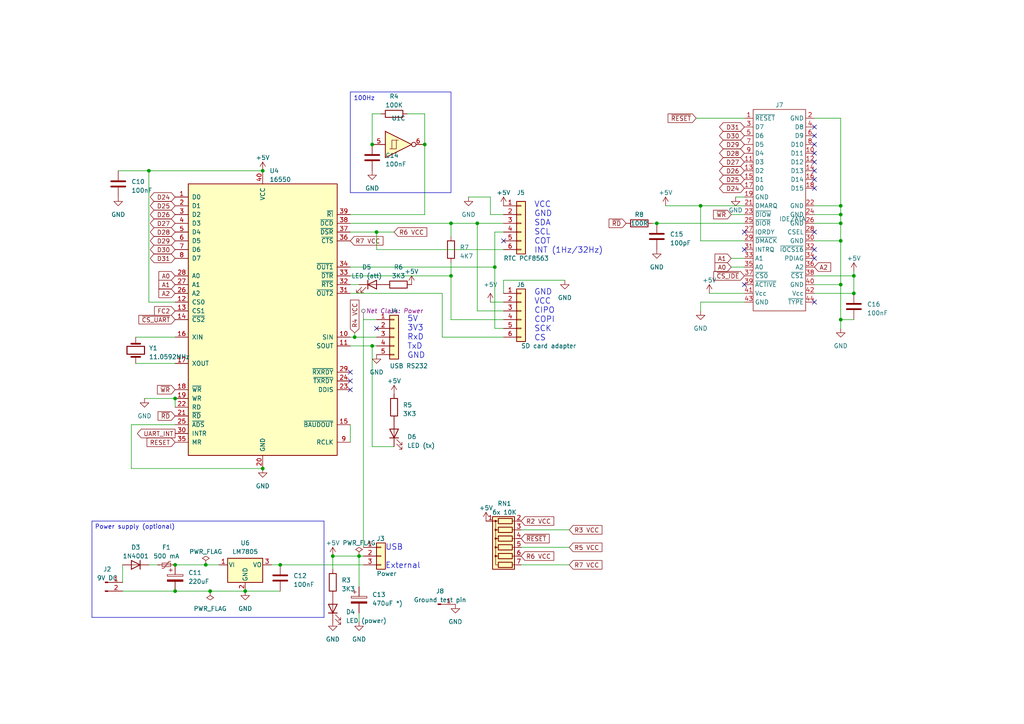
<source format=kicad_sch>
(kicad_sch (version 20230121) (generator eeschema)
  (paper "A4")
  (title_block (title "EC020-SBC") (date "2023-11-23") (rev "V0.12") (company "SVDW") (comment 1 "UART + IO + power supply"))
  (lib_symbols
    (symbol "74xx:74HC14" (pin_names (offset 1.016))
      (property "Reference" "U" (at 0 1.27 0))
      (property "Value" "74HC14" (at 0 -1.27 0))
      (symbol "74HC14_1_0"
        (polyline (pts (xy -3.81 3.81) (xy -3.81 -3.81) (xy 3.81 0) (xy -3.81 3.81)) (stroke (width 0.254)) (fill (type background)))
        (pin input line (at -7.62 0 0) (length 3.81) (name "~") (number "1"))
        (pin output inverted (at 7.62 0 180) (length 3.81) (name "~") (number "2"))
      )
      (symbol "74HC14_1_1"
        (polyline (pts (xy -1.905 -1.27) (xy -1.905 1.27) (xy -0.635 1.27)))
        (polyline (pts (xy -2.54 -1.27) (xy -0.635 -1.27) (xy -0.635 1.27) (xy 0 1.27)))
      )
      (symbol "74HC14_2_0"
        (polyline (pts (xy -3.81 3.81) (xy -3.81 -3.81) (xy 3.81 0) (xy -3.81 3.81)) (stroke (width 0.254)) (fill (type background)))
        (pin input line (at -7.62 0 0) (length 3.81) (name "~") (number "3"))
        (pin output inverted (at 7.62 0 180) (length 3.81) (name "~") (number "4"))
      )
      (symbol "74HC14_2_1"
        (polyline (pts (xy -1.905 -1.27) (xy -1.905 1.27) (xy -0.635 1.27)))
        (polyline (pts (xy -2.54 -1.27) (xy -0.635 -1.27) (xy -0.635 1.27) (xy 0 1.27)))
      )
      (symbol "74HC14_3_0"
        (polyline (pts (xy -3.81 3.81) (xy -3.81 -3.81) (xy 3.81 0) (xy -3.81 3.81)) (stroke (width 0.254)) (fill (type background)))
        (pin input line (at -7.62 0 0) (length 3.81) (name "~") (number "5"))
        (pin output inverted (at 7.62 0 180) (length 3.81) (name "~") (number "6"))
      )
      (symbol "74HC14_3_1"
        (polyline (pts (xy -1.905 -1.27) (xy -1.905 1.27) (xy -0.635 1.27)))
        (polyline (pts (xy -2.54 -1.27) (xy -0.635 -1.27) (xy -0.635 1.27) (xy 0 1.27)))
      )
      (symbol "74HC14_4_0"
        (polyline (pts (xy -3.81 3.81) (xy -3.81 -3.81) (xy 3.81 0) (xy -3.81 3.81)) (stroke (width 0.254)) (fill (type background)))
        (pin output inverted (at 7.62 0 180) (length 3.81) (name "~") (number "8"))
        (pin input line (at -7.62 0 0) (length 3.81) (name "~") (number "9"))
      )
      (symbol "74HC14_4_1"
        (polyline (pts (xy -1.905 -1.27) (xy -1.905 1.27) (xy -0.635 1.27)))
        (polyline (pts (xy -2.54 -1.27) (xy -0.635 -1.27) (xy -0.635 1.27) (xy 0 1.27)))
      )
      (symbol "74HC14_5_0"
        (polyline (pts (xy -3.81 3.81) (xy -3.81 -3.81) (xy 3.81 0) (xy -3.81 3.81)) (stroke (width 0.254)) (fill (type background)))
        (pin output inverted (at 7.62 0 180) (length 3.81) (name "~") (number "10"))
        (pin input line (at -7.62 0 0) (length 3.81) (name "~") (number "11"))
      )
      (symbol "74HC14_5_1"
        (polyline (pts (xy -1.905 -1.27) (xy -1.905 1.27) (xy -0.635 1.27)))
        (polyline (pts (xy -2.54 -1.27) (xy -0.635 -1.27) (xy -0.635 1.27) (xy 0 1.27)))
      )
      (symbol "74HC14_6_0"
        (polyline (pts (xy -3.81 3.81) (xy -3.81 -3.81) (xy 3.81 0) (xy -3.81 3.81)) (stroke (width 0.254)) (fill (type background)))
        (pin output inverted (at 7.62 0 180) (length 3.81) (name "~") (number "12"))
        (pin input line (at -7.62 0 0) (length 3.81) (name "~") (number "13"))
      )
      (symbol "74HC14_6_1"
        (polyline (pts (xy -1.905 -1.27) (xy -1.905 1.27) (xy -0.635 1.27)))
        (polyline (pts (xy -2.54 -1.27) (xy -0.635 -1.27) (xy -0.635 1.27) (xy 0 1.27)))
      )
      (symbol "74HC14_7_0"
        (pin power_in line (at 0 12.7 270) (length 5.08) (name "VCC") (number "14"))
        (pin power_in line (at 0 -12.7 90) (length 5.08) (name "GND") (number "7"))
      )
      (symbol "74HC14_7_1"
        (rectangle (start -5.08 7.62) (end 5.08 -7.62) (stroke (width 0.254)) (fill (type background)))
      )
    )
    (symbol "Connector:Conn_01x01_Pin" (pin_names (offset 1.016) hide)
      (property "Reference" "J" (at 0 2.54 0))
      (property "Value" "Conn_01x01_Pin" (at 0 -2.54 0))
      (symbol "Conn_01x01_Pin_1_1"
        (polyline (pts (xy 1.27 0) (xy 0.8636 0)) (stroke (width 0.1524)))
        (rectangle (start 0.8636 0.127) (end 0 -0.127) (stroke (width 0.1524)) (fill (type outline)))
        (pin passive line (at 5.08 0 180) (length 3.81) (name "Pin_1") (number "1"))
      )
    )
    (symbol "Connector:Conn_01x02_Pin" (pin_names (offset 1.016) hide)
      (property "Reference" "J" (at 0 2.54 0))
      (property "Value" "Conn_01x02_Pin" (at 0 -5.08 0))
      (symbol "Conn_01x02_Pin_1_1"
        (polyline (pts (xy 1.27 -2.54) (xy 0.8636 -2.54)) (stroke (width 0.1524)))
        (polyline (pts (xy 1.27 0) (xy 0.8636 0)) (stroke (width 0.1524)))
        (rectangle (start 0.8636 -2.413) (end 0 -2.667) (stroke (width 0.1524)) (fill (type outline)))
        (rectangle (start 0.8636 0.127) (end 0 -0.127) (stroke (width 0.1524)) (fill (type outline)))
        (pin passive line (at 5.08 0 180) (length 3.81) (name "Pin_1") (number "1"))
        (pin passive line (at 5.08 -2.54 180) (length 3.81) (name "Pin_2") (number "2"))
      )
    )
    (symbol "Connector_Generic:Conn_01x03" (pin_names (offset 1.016) hide)
      (property "Reference" "J" (at 0 5.08 0))
      (property "Value" "Conn_01x03" (at 0 -5.08 0))
      (symbol "Conn_01x03_1_1"
        (rectangle (start -1.27 -2.413) (end 0 -2.667) (stroke (width 0.1524)))
        (rectangle (start -1.27 0.127) (end 0 -0.127) (stroke (width 0.1524)))
        (rectangle (start -1.27 2.667) (end 0 2.413) (stroke (width 0.1524)))
        (rectangle (start -1.27 3.81) (end 1.27 -3.81) (stroke (width 0.254)) (fill (type background)))
        (pin passive line (at -5.08 2.54 0) (length 3.81) (name "Pin_1") (number "1"))
        (pin passive line (at -5.08 0 0) (length 3.81) (name "Pin_2") (number "2"))
        (pin passive line (at -5.08 -2.54 0) (length 3.81) (name "Pin_3") (number "3"))
      )
    )
    (symbol "Connector_Generic:Conn_01x05" (pin_names (offset 1.016) hide)
      (property "Reference" "J" (at 0 7.62 0))
      (property "Value" "Conn_01x05" (at 0 -7.62 0))
      (symbol "Conn_01x05_1_1"
        (rectangle (start -1.27 -4.953) (end 0 -5.207) (stroke (width 0.1524)))
        (rectangle (start -1.27 -2.413) (end 0 -2.667) (stroke (width 0.1524)))
        (rectangle (start -1.27 0.127) (end 0 -0.127) (stroke (width 0.1524)))
        (rectangle (start -1.27 2.667) (end 0 2.413) (stroke (width 0.1524)))
        (rectangle (start -1.27 5.207) (end 0 4.953) (stroke (width 0.1524)))
        (rectangle (start -1.27 6.35) (end 1.27 -6.35) (stroke (width 0.254)) (fill (type background)))
        (pin passive line (at -5.08 5.08 0) (length 3.81) (name "Pin_1") (number "1"))
        (pin passive line (at -5.08 2.54 0) (length 3.81) (name "Pin_2") (number "2"))
        (pin passive line (at -5.08 0 0) (length 3.81) (name "Pin_3") (number "3"))
        (pin passive line (at -5.08 -2.54 0) (length 3.81) (name "Pin_4") (number "4"))
        (pin passive line (at -5.08 -5.08 0) (length 3.81) (name "Pin_5") (number "5"))
      )
    )
    (symbol "Connector_Generic:Conn_01x06" (pin_names (offset 1.016) hide)
      (property "Reference" "J" (at 0 7.62 0))
      (property "Value" "Conn_01x06" (at 0 -10.16 0))
      (symbol "Conn_01x06_1_1"
        (rectangle (start -1.27 -7.493) (end 0 -7.747) (stroke (width 0.1524)))
        (rectangle (start -1.27 -4.953) (end 0 -5.207) (stroke (width 0.1524)))
        (rectangle (start -1.27 -2.413) (end 0 -2.667) (stroke (width 0.1524)))
        (rectangle (start -1.27 0.127) (end 0 -0.127) (stroke (width 0.1524)))
        (rectangle (start -1.27 2.667) (end 0 2.413) (stroke (width 0.1524)))
        (rectangle (start -1.27 5.207) (end 0 4.953) (stroke (width 0.1524)))
        (rectangle (start -1.27 6.35) (end 1.27 -8.89) (stroke (width 0.254)) (fill (type background)))
        (pin passive line (at -5.08 5.08 0) (length 3.81) (name "Pin_1") (number "1"))
        (pin passive line (at -5.08 2.54 0) (length 3.81) (name "Pin_2") (number "2"))
        (pin passive line (at -5.08 0 0) (length 3.81) (name "Pin_3") (number "3"))
        (pin passive line (at -5.08 -2.54 0) (length 3.81) (name "Pin_4") (number "4"))
        (pin passive line (at -5.08 -5.08 0) (length 3.81) (name "Pin_5") (number "5"))
        (pin passive line (at -5.08 -7.62 0) (length 3.81) (name "Pin_6") (number "6"))
      )
    )
    (symbol "Device:C" (pin_numbers hide) (pin_names (offset 0.254))
      (property "Reference" "C" (at 0.635 2.54 0))
      (property "Value" "C" (at 0.635 -2.54 0))
      (symbol "C_0_1"
        (polyline (pts (xy -2.032 -0.762) (xy 2.032 -0.762)) (stroke (width 0.508)))
        (polyline (pts (xy -2.032 0.762) (xy 2.032 0.762)) (stroke (width 0.508)))
      )
      (symbol "C_1_1"
        (pin passive line (at 0 3.81 270) (length 2.794) (name "~") (number "1"))
        (pin passive line (at 0 -3.81 90) (length 2.794) (name "~") (number "2"))
      )
    )
    (symbol "Device:C_Polarized" (pin_numbers hide) (pin_names (offset 0.254))
      (property "Reference" "C" (at 0.635 2.54 0))
      (property "Value" "C_Polarized" (at 0.635 -2.54 0))
      (symbol "C_Polarized_0_1"
        (rectangle (start -2.286 0.508) (end 2.286 1.016))
        (polyline (pts (xy -1.778 2.286) (xy -0.762 2.286)))
        (polyline (pts (xy -1.27 2.794) (xy -1.27 1.778)))
        (rectangle (start 2.286 -0.508) (end -2.286 -1.016) (fill (type outline)))
      )
      (symbol "C_Polarized_1_1"
        (pin passive line (at 0 3.81 270) (length 2.794) (name "~") (number "1"))
        (pin passive line (at 0 -3.81 90) (length 2.794) (name "~") (number "2"))
      )
    )
    (symbol "Device:Crystal" (pin_numbers hide) (pin_names (offset 1.016) hide)
      (property "Reference" "Y" (at 0 3.81 0))
      (property "Value" "Crystal" (at 0 -3.81 0))
      (symbol "Crystal_0_1"
        (rectangle (start -1.143 2.54) (end 1.143 -2.54) (stroke (width 0.3048)))
        (polyline (pts (xy -2.54 0) (xy -1.905 0)))
        (polyline (pts (xy -1.905 -1.27) (xy -1.905 1.27)) (stroke (width 0.508)))
        (polyline (pts (xy 1.905 -1.27) (xy 1.905 1.27)) (stroke (width 0.508)))
        (polyline (pts (xy 2.54 0) (xy 1.905 0)))
      )
      (symbol "Crystal_1_1"
        (pin passive line (at -3.81 0 0) (length 1.27) (name "1") (number "1"))
        (pin passive line (at 3.81 0 180) (length 1.27) (name "2") (number "2"))
      )
    )
    (symbol "Device:LED" (pin_numbers hide) (pin_names (offset 1.016) hide)
      (property "Reference" "D" (at 0 2.54 0))
      (property "Value" "LED" (at 0 -2.54 0))
      (symbol "LED_0_1"
        (polyline (pts (xy -1.27 -1.27) (xy -1.27 1.27)) (stroke (width 0.254)))
        (polyline (pts (xy -1.27 0) (xy 1.27 0)))
        (polyline (pts (xy 1.27 -1.27) (xy 1.27 1.27) (xy -1.27 0) (xy 1.27 -1.27)) (stroke (width 0.254)))
        (polyline (pts (xy -3.048 -0.762) (xy -4.572 -2.286) (xy -3.81 -2.286) (xy -4.572 -2.286) (xy -4.572 -1.524)))
        (polyline (pts (xy -1.778 -0.762) (xy -3.302 -2.286) (xy -2.54 -2.286) (xy -3.302 -2.286) (xy -3.302 -1.524)))
      )
      (symbol "LED_1_1"
        (pin passive line (at -3.81 0 0) (length 2.54) (name "K") (number "1"))
        (pin passive line (at 3.81 0 180) (length 2.54) (name "A") (number "2"))
      )
    )
    (symbol "Device:Polyfuse_Small" (pin_numbers hide) (pin_names (offset 0))
      (property "Reference" "F" (at -1.905 0 90))
      (property "Value" "Polyfuse_Small" (at 1.905 0 90))
      (symbol "Polyfuse_Small_0_1"
        (rectangle (start -0.508 1.27) (end 0.508 -1.27))
        (polyline (pts (xy 0 2.54) (xy 0 -2.54)))
        (polyline (pts (xy -1.016 1.27) (xy -1.016 0.762) (xy 1.016 -0.762) (xy 1.016 -1.27)))
      )
      (symbol "Polyfuse_Small_1_1"
        (pin passive line (at 0 2.54 270) (length 0.635) (name "~") (number "1"))
        (pin passive line (at 0 -2.54 90) (length 0.635) (name "~") (number "2"))
      )
    )
    (symbol "Device:R" (pin_numbers hide) (pin_names (offset 0))
      (property "Reference" "R" (at 2.032 0 90))
      (property "Value" "R" (at 0 0 90))
      (symbol "R_0_1"
        (rectangle (start -1.016 -2.54) (end 1.016 2.54) (stroke (width 0.254)))
      )
      (symbol "R_1_1"
        (pin passive line (at 0 3.81 270) (length 1.27) (name "~") (number "1"))
        (pin passive line (at 0 -3.81 90) (length 1.27) (name "~") (number "2"))
      )
    )
    (symbol "Device:R_Network06" (pin_names (offset 0) hide)
      (property "Reference" "RN" (at -10.16 0 90))
      (property "Value" "R_Network06" (at 7.62 0 90))
      (symbol "R_Network06_0_1"
        (rectangle (start -8.89 -3.175) (end 6.35 3.175) (stroke (width 0.254)) (fill (type background)))
        (rectangle (start -8.382 1.524) (end -6.858 -2.54) (stroke (width 0.254)))
        (circle (center -7.62 2.286) (radius 0.254) (fill (type outline)))
        (rectangle (start -5.842 1.524) (end -4.318 -2.54) (stroke (width 0.254)))
        (circle (center -5.08 2.286) (radius 0.254) (fill (type outline)))
        (rectangle (start -3.302 1.524) (end -1.778 -2.54) (stroke (width 0.254)))
        (circle (center -2.54 2.286) (radius 0.254) (fill (type outline)))
        (rectangle (start -0.762 1.524) (end 0.762 -2.54) (stroke (width 0.254)))
        (polyline (pts (xy -7.62 -2.54) (xy -7.62 -3.81)))
        (polyline (pts (xy -5.08 -2.54) (xy -5.08 -3.81)))
        (polyline (pts (xy -2.54 -2.54) (xy -2.54 -3.81)))
        (polyline (pts (xy 0 -2.54) (xy 0 -3.81)))
        (polyline (pts (xy 2.54 -2.54) (xy 2.54 -3.81)))
        (polyline (pts (xy 5.08 -2.54) (xy 5.08 -3.81)))
        (polyline (pts (xy -7.62 1.524) (xy -7.62 2.286) (xy -5.08 2.286) (xy -5.08 1.524)))
        (polyline (pts (xy -5.08 1.524) (xy -5.08 2.286) (xy -2.54 2.286) (xy -2.54 1.524)))
        (polyline (pts (xy -2.54 1.524) (xy -2.54 2.286) (xy 0 2.286) (xy 0 1.524)))
        (polyline (pts (xy 0 1.524) (xy 0 2.286) (xy 2.54 2.286) (xy 2.54 1.524)))
        (polyline (pts (xy 2.54 1.524) (xy 2.54 2.286) (xy 5.08 2.286) (xy 5.08 1.524)))
        (circle (center 0 2.286) (radius 0.254) (fill (type outline)))
        (rectangle (start 1.778 1.524) (end 3.302 -2.54) (stroke (width 0.254)))
        (circle (center 2.54 2.286) (radius 0.254) (fill (type outline)))
        (rectangle (start 4.318 1.524) (end 5.842 -2.54) (stroke (width 0.254)))
      )
      (symbol "R_Network06_1_1"
        (pin passive line (at -7.62 5.08 270) (length 2.54) (name "common") (number "1"))
        (pin passive line (at -7.62 -5.08 90) (length 1.27) (name "R1") (number "2"))
        (pin passive line (at -5.08 -5.08 90) (length 1.27) (name "R2") (number "3"))
        (pin passive line (at -2.54 -5.08 90) (length 1.27) (name "R3") (number "4"))
        (pin passive line (at 0 -5.08 90) (length 1.27) (name "R4") (number "5"))
        (pin passive line (at 2.54 -5.08 90) (length 1.27) (name "R5") (number "6"))
        (pin passive line (at 5.08 -5.08 90) (length 1.27) (name "R6") (number "7"))
      )
    )
    (symbol "Diode:1N4001" (pin_numbers hide) (pin_names hide)
      (property "Reference" "D" (at 0 2.54 0))
      (property "Value" "1N4001" (at 0 -2.54 0))
      (symbol "1N4001_0_1"
        (polyline (pts (xy -1.27 1.27) (xy -1.27 -1.27)) (stroke (width 0.254)))
        (polyline (pts (xy 1.27 0) (xy -1.27 0)))
        (polyline (pts (xy 1.27 1.27) (xy 1.27 -1.27) (xy -1.27 0) (xy 1.27 1.27)) (stroke (width 0.254)))
      )
      (symbol "1N4001_1_1"
        (pin passive line (at -3.81 0 0) (length 2.54) (name "K") (number "1"))
        (pin passive line (at 3.81 0 180) (length 2.54) (name "A") (number "2"))
      )
    )
    (symbol "Interface_UART:16550" (pin_names (offset 1.016))
      (property "Reference" "U" (at -21.59 40.64 0))
      (property "Value" "16550" (at 15.24 40.64 0))
      (symbol "16550_0_1"
        (rectangle (start -21.59 -39.37) (end 21.59 39.37) (stroke (width 0.254)) (fill (type background)))
      )
      (symbol "16550_1_1"
        (pin bidirectional line (at -25.4 35.56 0) (length 3.81) (name "D0") (number "1"))
        (pin input line (at 25.4 -5.08 180) (length 3.81) (name "SIN") (number "10"))
        (pin output line (at 25.4 -7.62 180) (length 3.81) (name "SOUT") (number "11"))
        (pin input line (at -25.4 5.08 0) (length 3.81) (name "CS0") (number "12"))
        (pin input line (at -25.4 2.54 0) (length 3.81) (name "CS1") (number "13"))
        (pin input line (at -25.4 0 0) (length 3.81) (name "~{CS2}") (number "14"))
        (pin output line (at 25.4 -30.48 180) (length 3.81) (name "~{BAUDOUT}") (number "15"))
        (pin input line (at -25.4 -5.08 0) (length 3.81) (name "XIN") (number "16"))
        (pin output line (at -25.4 -12.7 0) (length 3.81) (name "XOUT") (number "17"))
        (pin input line (at -25.4 -20.32 0) (length 3.81) (name "~{WR}") (number "18"))
        (pin input line (at -25.4 -22.86 0) (length 3.81) (name "WR") (number "19"))
        (pin bidirectional line (at -25.4 33.02 0) (length 3.81) (name "D1") (number "2"))
        (pin power_in line (at 0 -43.18 90) (length 3.81) (name "GND") (number "20"))
        (pin input line (at -25.4 -27.94 0) (length 3.81) (name "~{RD}") (number "21"))
        (pin input line (at -25.4 -25.4 0) (length 3.81) (name "RD") (number "22"))
        (pin output line (at 25.4 -20.32 180) (length 3.81) (name "DDIS") (number "23"))
        (pin output line (at 25.4 -17.78 180) (length 3.81) (name "~{TXRDY}") (number "24"))
        (pin input line (at -25.4 -30.48 0) (length 3.81) (name "~{ADS}") (number "25"))
        (pin input line (at -25.4 7.62 0) (length 3.81) (name "A2") (number "26"))
        (pin input line (at -25.4 10.16 0) (length 3.81) (name "A1") (number "27"))
        (pin input line (at -25.4 12.7 0) (length 3.81) (name "A0") (number "28"))
        (pin output line (at 25.4 -15.24 180) (length 3.81) (name "~{RXRDY}") (number "29"))
        (pin bidirectional line (at -25.4 30.48 0) (length 3.81) (name "D2") (number "3"))
        (pin output line (at -25.4 -33.02 0) (length 3.81) (name "INTR") (number "30"))
        (pin output line (at 25.4 7.62 180) (length 3.81) (name "~{OUT2}") (number "31"))
        (pin output line (at 25.4 10.16 180) (length 3.81) (name "~{RTS}") (number "32"))
        (pin output line (at 25.4 12.7 180) (length 3.81) (name "~{DTR}") (number "33"))
        (pin output line (at 25.4 15.24 180) (length 3.81) (name "~{OUT1}") (number "34"))
        (pin input line (at -25.4 -35.56 0) (length 3.81) (name "MR") (number "35"))
        (pin input line (at 25.4 22.86 180) (length 3.81) (name "~{CTS}") (number "36"))
        (pin input line (at 25.4 25.4 180) (length 3.81) (name "~{DSR}") (number "37"))
        (pin input line (at 25.4 27.94 180) (length 3.81) (name "~{DCD}") (number "38"))
        (pin input line (at 25.4 30.48 180) (length 3.81) (name "~{RI}") (number "39"))
        (pin bidirectional line (at -25.4 27.94 0) (length 3.81) (name "D3") (number "4"))
        (pin power_in line (at 0 43.18 270) (length 3.81) (name "VCC") (number "40"))
        (pin bidirectional line (at -25.4 25.4 0) (length 3.81) (name "D4") (number "5"))
        (pin bidirectional line (at -25.4 22.86 0) (length 3.81) (name "D5") (number "6"))
        (pin bidirectional line (at -25.4 20.32 0) (length 3.81) (name "D6") (number "7"))
        (pin bidirectional line (at -25.4 17.78 0) (length 3.81) (name "D7") (number "8"))
        (pin input line (at 25.4 -35.56 180) (length 3.81) (name "RCLK") (number "9"))
      )
    )
    (symbol "Regulator_Linear:LM7805_TO220" (pin_names (offset 0.254))
      (property "Reference" "U" (at -3.81 3.175 0))
      (property "Value" "LM7805_TO220" (at 0 3.175 0))
      (symbol "LM7805_TO220_0_1"
        (rectangle (start -5.08 1.905) (end 5.08 -5.08) (stroke (width 0.254)) (fill (type background)))
      )
      (symbol "LM7805_TO220_1_1"
        (pin power_in line (at -7.62 0 0) (length 2.54) (name "VI") (number "1"))
        (pin power_in line (at 0 -7.62 90) (length 2.54) (name "GND") (number "2"))
        (pin power_out line (at 7.62 0 180) (length 2.54) (name "VO") (number "3"))
      )
    )
    (symbol "SVW_custom_lib:IDE_44pin"
      (property "Reference" "J" (at 3.81 -1.27 0))
      (symbol "IDE_44pin_1_1"
        (rectangle (start -7.62 30.48) (end 7.62 -27.94))
        (pin input line (at -10.16 27.94 0) (length 2.54) (name "~{RESET}") (number "1"))
        (pin bidirectional line (at 10.16 17.78 180) (length 2.54) (name "D11") (number "10"))
        (pin bidirectional line (at -10.16 15.24 0) (length 2.54) (name "D3") (number "11"))
        (pin bidirectional line (at 10.16 15.24 180) (length 2.54) (name "D12") (number "12"))
        (pin bidirectional line (at -10.16 12.7 0) (length 2.54) (name "D2") (number "13"))
        (pin bidirectional line (at 10.16 12.7 180) (length 2.54) (name "D13") (number "14"))
        (pin bidirectional line (at -10.16 10.16 0) (length 2.54) (name "D1") (number "15"))
        (pin bidirectional line (at 10.16 10.16 180) (length 2.54) (name "D14") (number "16"))
        (pin bidirectional line (at -10.16 7.62 0) (length 2.54) (name "D0") (number "17"))
        (pin bidirectional line (at 10.16 7.62 180) (length 2.54) (name "D15") (number "18"))
        (pin power_in line (at -10.16 5.08 0) (length 2.54) (name "GND") (number "19"))
        (pin power_in line (at 10.16 27.94 180) (length 2.54) (name "GND") (number "2"))
        (pin input line (at -10.16 2.54 0) (length 2.54) (name "DMARQ") (number "21"))
        (pin power_in line (at 10.16 2.54 180) (length 2.54) (name "GND") (number "22"))
        (pin input line (at -10.16 0 0) (length 2.54) (name "~{DIOW}") (number "23"))
        (pin power_in line (at 10.16 0 180) (length 2.54) (name "GND") (number "24"))
        (pin input line (at -10.16 -2.54 0) (length 2.54) (name "~{DIOR}") (number "25"))
        (pin power_in line (at 10.16 -2.54 180) (length 2.54) (name "GND") (number "26"))
        (pin output line (at -10.16 -5.08 0) (length 2.54) (name "IORDY") (number "27"))
        (pin output line (at 10.16 -5.08 180) (length 2.54) (name "CSEL") (number "28"))
        (pin input line (at -10.16 -7.62 0) (length 2.54) (name "~{DMACK}") (number "29"))
        (pin bidirectional line (at -10.16 25.4 0) (length 2.54) (name "D7") (number "3"))
        (pin power_in line (at 10.16 -7.62 180) (length 2.54) (name "GND") (number "30"))
        (pin output line (at -10.16 -10.16 0) (length 2.54) (name "INTRQ") (number "31"))
        (pin input line (at 10.16 -10.16 180) (length 2.54) (name "~{IOCS16}") (number "32"))
        (pin input line (at -10.16 -12.7 0) (length 2.54) (name "A1") (number "33"))
        (pin output line (at 10.16 -12.7 180) (length 2.54) (name "PDIAG") (number "34"))
        (pin input line (at -10.16 -15.24 0) (length 2.54) (name "A0") (number "35"))
        (pin input line (at 10.16 -15.24 180) (length 2.54) (name "A2") (number "36"))
        (pin input line (at -10.16 -17.78 0) (length 2.54) (name "~{CS0}") (number "37"))
        (pin input line (at 10.16 -17.78 180) (length 2.54) (name "~{CS1}") (number "38"))
        (pin output line (at -10.16 -20.32 0) (length 2.54) (name "~{ACTIVE}") (number "39"))
        (pin bidirectional line (at 10.16 25.4 180) (length 2.54) (name "D8") (number "4"))
        (pin power_in line (at 10.16 -20.32 180) (length 2.54) (name "GND") (number "40"))
        (pin power_in line (at -10.16 -22.86 0) (length 2.54) (name "Vcc") (number "41"))
        (pin power_in line (at 10.16 -22.86 180) (length 2.54) (name "Vcc") (number "42"))
        (pin power_in line (at -10.16 -25.4 0) (length 2.54) (name "GND") (number "43"))
        (pin input line (at 10.16 -25.4 180) (length 2.54) (name "~{TYPE}") (number "44"))
        (pin bidirectional line (at -10.16 22.86 0) (length 2.54) (name "D6") (number "5"))
        (pin bidirectional line (at 10.16 22.86 180) (length 2.54) (name "D9") (number "6"))
        (pin bidirectional line (at -10.16 20.32 0) (length 2.54) (name "D5") (number "7"))
        (pin bidirectional line (at 10.16 20.32 180) (length 2.54) (name "D10") (number "8"))
        (pin bidirectional line (at -10.16 17.78 0) (length 2.54) (name "D4") (number "9"))
      )
    )
    (symbol "power:+5V" (power) (pin_names (offset 0))
      (property "Value" "+5V" (at 0 3.556 0))
      (symbol "+5V_0_1"
        (polyline (pts (xy -0.762 1.27) (xy 0 2.54)))
        (polyline (pts (xy 0 0) (xy 0 2.54)))
        (polyline (pts (xy 0 2.54) (xy 0.762 1.27)))
      )
      (symbol "+5V_1_1"
        (pin power_in line (at 0 0 90) (length 0) hide (name "+5V") (number "1"))
      )
    )
    (symbol "power:GND" (power) (pin_names (offset 0))
      (property "Value" "GND" (at 0 -3.81 0))
      (symbol "GND_0_1"
        (polyline (pts (xy 0 0) (xy 0 -1.27) (xy 1.27 -1.27) (xy 0 -2.54) (xy -1.27 -1.27) (xy 0 -1.27)))
      )
      (symbol "GND_1_1"
        (pin power_in line (at 0 0 270) (length 0) hide (name "GND") (number "1"))
      )
    )
    (symbol "power:PWR_FLAG" (power) (pin_numbers hide) (pin_names (offset 0) hide)
      (property "Value" "PWR_FLAG" (at 0 3.81 0))
      (symbol "PWR_FLAG_0_0"
        (pin power_out line (at 0 0 90) (length 0) (name "pwr") (number "1"))
      )
      (symbol "PWR_FLAG_0_1"
        (polyline (pts (xy 0 0) (xy 0 1.27) (xy -1.016 1.905) (xy 0 2.54) (xy 1.016 1.905) (xy 0 1.27)))
      )
    )
  )
  (junction (at 243.84 59.69))
  (junction (at 130.81 64.77))
  (junction (at 76.2 135.89))
  (junction (at 96.52 161.29))
  (junction (at 59.69 163.83))
  (junction (at 203.2 59.69))
  (junction (at 104.14 161.29))
  (junction (at 50.8 115.57))
  (junction (at 107.95 41.91))
  (junction (at 143.51 77.47))
  (junction (at 247.65 85.09))
  (junction (at 243.84 62.23))
  (junction (at 247.65 80.01))
  (junction (at 60.96 171.45))
  (junction (at 109.22 67.31))
  (junction (at 138.43 64.77))
  (junction (at 71.12 171.45))
  (junction (at 50.8 163.83))
  (junction (at 50.8 171.45))
  (junction (at 107.95 100.33))
  (junction (at 243.84 82.55))
  (junction (at 102.87 97.79))
  (junction (at 243.84 64.77))
  (junction (at 81.28 163.83))
  (junction (at 190.5 64.77))
  (junction (at 243.84 92.71))
  (junction (at 123.19 41.91))
  (junction (at 130.81 80.01))
  (junction (at 76.2 49.53))
  (junction (at 243.84 69.85))
  (junction (at 43.18 49.53))
  (no_connect (at 236.22 87.63))
  (no_connect (at 101.6 107.95))
  (no_connect (at 236.22 52.07))
  (no_connect (at 236.22 54.61))
  (no_connect (at 215.9 72.39))
  (no_connect (at 236.22 36.83))
  (no_connect (at 236.22 49.53))
  (no_connect (at 236.22 44.45))
  (no_connect (at 236.22 67.31))
  (no_connect (at 236.22 41.91))
  (no_connect (at 236.22 74.93))
  (no_connect (at 109.22 95.25))
  (no_connect (at 236.22 72.39))
  (no_connect (at 215.9 67.31))
  (no_connect (at 215.9 82.55))
  (no_connect (at 146.05 69.85))
  (no_connect (at 101.6 110.49))
  (no_connect (at 101.6 113.03))
  (no_connect (at 236.22 39.37))
  (no_connect (at 236.22 46.99))
  (wire (pts (xy 236.22 59.69) (xy 243.84 59.69)))
  (wire (pts (xy 203.2 69.85) (xy 203.2 59.69)))
  (wire (pts (xy 236.22 64.77) (xy 243.84 64.77)))
  (wire (pts (xy 71.12 171.45) (xy 81.28 171.45)))
  (wire (pts (xy 212.09 62.23) (xy 215.9 62.23)))
  (wire (pts (xy 190.5 64.77) (xy 215.9 64.77)))
  (wire (pts (xy 243.84 64.77) (xy 243.84 69.85)))
  (wire (pts (xy 50.8 163.83) (xy 59.69 163.83)))
  (wire (pts (xy 50.8 171.45) (xy 50.8 168.91)))
  (wire (pts (xy 146.05 81.28) (xy 146.05 85.09)))
  (wire (pts (xy 236.22 34.29) (xy 243.84 34.29)))
  (wire (pts (xy 236.22 69.85) (xy 243.84 69.85)))
  (wire (pts (xy 143.51 67.31) (xy 143.51 77.47)))
  (wire (pts (xy 243.84 82.55) (xy 243.84 92.71)))
  (wire (pts (xy 102.87 96.52) (xy 102.87 97.79)))
  (wire (pts (xy 39.37 97.79) (xy 50.8 97.79)))
  (wire (pts (xy 215.9 69.85) (xy 203.2 69.85)))
  (wire (pts (xy 123.19 33.02) (xy 123.19 41.91)))
  (wire (pts (xy 243.84 59.69) (xy 243.84 62.23)))
  (wire (pts (xy 193.04 59.69) (xy 203.2 59.69)))
  (wire (pts (xy 96.52 161.29) (xy 104.14 161.29)))
  (wire (pts (xy 243.84 92.71) (xy 247.65 92.71)))
  (wire (pts (xy 236.22 85.09) (xy 247.65 85.09)))
  (wire (pts (xy 203.2 90.17) (xy 203.2 87.63)))
  (wire (pts (xy 101.6 77.47) (xy 143.51 77.47)))
  (wire (pts (xy 146.05 64.77) (xy 138.43 64.77)))
  (wire (pts (xy 212.09 77.47) (xy 215.9 77.47)))
  (wire (pts (xy 101.6 67.31) (xy 109.22 67.31)))
  (wire (pts (xy 107.95 100.33) (xy 107.95 129.54)))
  (wire (pts (xy 41.91 115.57) (xy 50.8 115.57)))
  (wire (pts (xy 76.2 49.53) (xy 43.18 49.53)))
  (wire (pts (xy 43.18 49.53) (xy 43.18 87.63)))
  (wire (pts (xy 35.56 163.83) (xy 35.56 168.91)))
  (wire (pts (xy 130.81 64.77) (xy 130.81 68.58)))
  (wire (pts (xy 138.43 90.17) (xy 146.05 90.17)))
  (wire (pts (xy 135.89 57.15) (xy 142.24 57.15)))
  (wire (pts (xy 101.6 80.01) (xy 130.81 80.01)))
  (wire (pts (xy 142.24 62.23) (xy 146.05 62.23)))
  (wire (pts (xy 189.23 64.77) (xy 190.5 64.77)))
  (wire (pts (xy 163.83 81.28) (xy 146.05 81.28)))
  (wire (pts (xy 38.1 135.89) (xy 76.2 135.89)))
  (wire (pts (xy 101.6 100.33) (xy 107.95 100.33)))
  (wire (pts (xy 151.13 163.83) (xy 165.1 163.83)))
  (wire (pts (xy 236.22 80.01) (xy 247.65 80.01)))
  (wire (pts (xy 146.05 67.31) (xy 143.51 67.31)))
  (wire (pts (xy 142.24 87.63) (xy 146.05 87.63)))
  (wire (pts (xy 104.14 82.55) (xy 101.6 82.55)))
  (wire (pts (xy 38.1 123.19) (xy 38.1 135.89)))
  (wire (pts (xy 205.74 85.09) (xy 215.9 85.09)))
  (wire (pts (xy 146.05 97.79) (xy 128.27 97.79)))
  (wire (pts (xy 107.95 100.33) (xy 109.22 100.33)))
  (wire (pts (xy 107.95 41.91) (xy 107.95 33.02)))
  (wire (pts (xy 143.51 77.47) (xy 143.51 95.25)))
  (wire (pts (xy 109.22 92.71) (xy 105.41 92.71)))
  (wire (pts (xy 109.22 72.39) (xy 109.22 67.31)))
  (wire (pts (xy 243.84 92.71) (xy 243.84 95.25)))
  (wire (pts (xy 50.8 87.63) (xy 43.18 87.63)))
  (wire (pts (xy 130.81 92.71) (xy 146.05 92.71)))
  (polyline (pts (xy 26.67 151.13) (xy 26.67 179.07)))
  (wire (pts (xy 203.2 87.63) (xy 215.9 87.63)))
  (wire (pts (xy 128.27 85.09) (xy 101.6 85.09)))
  (wire (pts (xy 130.81 80.01) (xy 130.81 92.71)))
  (wire (pts (xy 59.69 163.83) (xy 63.5 163.83)))
  (wire (pts (xy 107.95 33.02) (xy 110.49 33.02)))
  (wire (pts (xy 107.95 129.54) (xy 114.3 129.54)))
  (wire (pts (xy 109.22 67.31) (xy 114.3 67.31)))
  (wire (pts (xy 104.14 161.29) (xy 104.14 170.18)))
  (wire (pts (xy 143.51 95.25) (xy 146.05 95.25)))
  (wire (pts (xy 118.11 33.02) (xy 123.19 33.02)))
  (wire (pts (xy 146.05 72.39) (xy 109.22 72.39)))
  (polyline (pts (xy 26.67 151.13) (xy 93.98 151.13)))
  (wire (pts (xy 243.84 62.23) (xy 243.84 64.77)))
  (wire (pts (xy 81.28 163.83) (xy 105.41 163.83)))
  (wire (pts (xy 243.84 34.29) (xy 243.84 59.69)))
  (wire (pts (xy 39.37 105.41) (xy 50.8 105.41)))
  (wire (pts (xy 101.6 62.23) (xy 123.19 62.23)))
  (wire (pts (xy 151.13 158.75) (xy 165.1 158.75)))
  (wire (pts (xy 81.28 163.83) (xy 78.74 163.83)))
  (wire (pts (xy 151.13 153.67) (xy 165.1 153.67)))
  (wire (pts (xy 213.36 57.15) (xy 215.9 57.15)))
  (wire (pts (xy 247.65 78.74) (xy 247.65 80.01)))
  (wire (pts (xy 236.22 82.55) (xy 243.84 82.55)))
  (wire (pts (xy 123.19 62.23) (xy 123.19 41.91)))
  (polyline (pts (xy 26.67 179.07) (xy 93.98 179.07)))
  (wire (pts (xy 130.81 76.2) (xy 130.81 80.01)))
  (wire (pts (xy 130.81 64.77) (xy 138.43 64.77)))
  (wire (pts (xy 236.22 62.23) (xy 243.84 62.23)))
  (wire (pts (xy 35.56 171.45) (xy 50.8 171.45)))
  (wire (pts (xy 243.84 69.85) (xy 243.84 82.55)))
  (wire (pts (xy 60.96 171.45) (xy 71.12 171.45)))
  (polyline (pts (xy 93.98 179.07) (xy 93.98 151.13)))
  (wire (pts (xy 104.14 180.34) (xy 104.14 177.8)))
  (wire (pts (xy 247.65 80.01) (xy 247.65 85.09)))
  (wire (pts (xy 101.6 64.77) (xy 130.81 64.77)))
  (wire (pts (xy 101.6 123.19) (xy 101.6 128.27)))
  (wire (pts (xy 128.27 97.79) (xy 128.27 85.09)))
  (wire (pts (xy 43.18 163.83) (xy 45.72 163.83)))
  (wire (pts (xy 102.87 97.79) (xy 109.22 97.79)))
  (wire (pts (xy 50.8 171.45) (xy 60.96 171.45)))
  (wire (pts (xy 105.41 92.71) (xy 105.41 158.75)))
  (wire (pts (xy 142.24 57.15) (xy 142.24 62.23)))
  (wire (pts (xy 50.8 123.19) (xy 38.1 123.19)))
  (wire (pts (xy 201.93 34.29) (xy 215.9 34.29)))
  (wire (pts (xy 101.6 97.79) (xy 102.87 97.79)))
  (wire (pts (xy 50.8 115.57) (xy 50.8 118.11)))
  (wire (pts (xy 138.43 64.77) (xy 138.43 90.17)))
  (wire (pts (xy 212.09 74.93) (xy 215.9 74.93)))
  (wire (pts (xy 43.18 49.53) (xy 34.29 49.53)))
  (wire (pts (xy 96.52 161.29) (xy 96.52 165.1)))
  (wire (pts (xy 104.14 161.29) (xy 105.41 161.29)))
  (wire (pts (xy 203.2 59.69) (xy 215.9 59.69)))
  (text_box "100Hz" (at 101.6 26.67 0) (size 29.21 29.21) (effects (font (size 1.27 1.27)) (justify left top)))
  (text "VCC\nGND\nSDA\nSCL\nCOT\nINT (1Hz/32Hz)\n" (at 154.94 73.66 0) (effects (font (size 1.65 1.65)) (justify left bottom)))
  (text "Power supply (optional)" (at 50.8 153.67 0) (effects (font (size 1.27 1.27)) (justify right bottom)))
  (text "5V\n3V3\nRxD\nTxD\nGND" (at 118.11 104.14 0) (effects (font (size 1.65 1.65)) (justify left bottom)))
  (text "GND\nVCC\nCIPO\nCOPI\nSCK\nCS" (at 154.94 99.06 0) (effects (font (size 1.65 1.65)) (justify left bottom)))
  (text "USB\n\nExternal" (at 111.76 165.1 0) (effects (font (size 1.65 1.65)) (justify left bottom)))
  (global_label "D25" (shape tri_state) (at 50.8 59.69 180) (property "Intersheetrefs" "${INTERSHEET_REFS}" (effects hide)))
  (global_label "~{RD}" (shape input) (at 50.8 120.65 180) (property "Intersheetrefs" "${INTERSHEET_REFS}" (effects hide)))
  (global_label "D28" (shape tri_state) (at 50.8 67.31 180) (property "Intersheetrefs" "${INTERSHEET_REFS}" (effects hide)))
  (global_label "D30" (shape bidirectional) (at 215.9 39.37 180) (property "Intersheetrefs" "${INTERSHEET_REFS}" (effects hide)))
  (global_label "A0" (shape input) (at 212.09 77.47 180) (property "Intersheetrefs" "${INTERSHEET_REFS}" (effects hide)))
  (global_label "A1" (shape input) (at 50.8 82.55 180) (property "Intersheetrefs" "${INTERSHEET_REFS}" (effects hide)))
  (global_label "R5 VCC" (shape input) (at 165.1 158.75 0) (property "Intersheetrefs" "${INTERSHEET_REFS}" (effects hide)))
  (global_label "~{RD}" (shape input) (at 181.61 64.77 180) (property "Intersheetrefs" "${INTERSHEET_REFS}" (effects hide)))
  (global_label "D24" (shape bidirectional) (at 215.9 54.61 180) (property "Intersheetrefs" "${INTERSHEET_REFS}" (effects hide)))
  (global_label "~{WR}" (shape input) (at 50.8 113.03 180) (property "Intersheetrefs" "${INTERSHEET_REFS}" (effects hide)))
  (global_label "D29" (shape bidirectional) (at 215.9 41.91 180) (property "Intersheetrefs" "${INTERSHEET_REFS}" (effects hide)))
  (global_label "A2" (shape input) (at 50.8 85.09 180) (property "Intersheetrefs" "${INTERSHEET_REFS}" (effects hide)))
  (global_label "D29" (shape tri_state) (at 50.8 69.85 180) (property "Intersheetrefs" "${INTERSHEET_REFS}" (effects hide)))
  (global_label "~{RESET}" (shape input) (at 201.93 34.29 180) (property "Intersheetrefs" "${INTERSHEET_REFS}" (effects hide)))
  (global_label "R3 VCC" (shape input) (at 165.1 153.67 0) (property "Intersheetrefs" "${INTERSHEET_REFS}" (effects hide)))
  (global_label "R4 VCC" (shape input) (at 102.87 96.52 90) (property "Intersheetrefs" "${INTERSHEET_REFS}" (effects hide)))
  (global_label "D27" (shape bidirectional) (at 215.9 46.99 180) (property "Intersheetrefs" "${INTERSHEET_REFS}" (effects hide)))
  (global_label "FC2" (shape input) (at 50.8 90.17 180) (property "Intersheetrefs" "${INTERSHEET_REFS}" (effects hide)))
  (global_label "A1" (shape input) (at 212.09 74.93 180) (property "Intersheetrefs" "${INTERSHEET_REFS}" (effects hide)))
  (global_label "D26" (shape bidirectional) (at 215.9 49.53 180) (property "Intersheetrefs" "${INTERSHEET_REFS}" (effects hide)))
  (global_label "R2 VCC" (shape input) (at 151.13 151.13 0) (property "Intersheetrefs" "${INTERSHEET_REFS}" (effects hide)))
  (global_label "D30" (shape tri_state) (at 50.8 72.39 180) (property "Intersheetrefs" "${INTERSHEET_REFS}" (effects hide)))
  (global_label "~{CS_IDE}" (shape input) (at 215.9 80.01 180) (property "Intersheetrefs" "${INTERSHEET_REFS}" (effects hide)))
  (global_label "D27" (shape tri_state) (at 50.8 64.77 180) (property "Intersheetrefs" "${INTERSHEET_REFS}" (effects hide)))
  (global_label "A0" (shape input) (at 50.8 80.01 180) (property "Intersheetrefs" "${INTERSHEET_REFS}" (effects hide)))
  (global_label "R6 VCC" (shape input) (at 151.13 161.29 0) (property "Intersheetrefs" "${INTERSHEET_REFS}" (effects hide)))
  (global_label "R6 VCC" (shape input) (at 114.3 67.31 0) (property "Intersheetrefs" "${INTERSHEET_REFS}" (effects hide)))
  (global_label "UART_INT" (shape output) (at 50.8 125.73 180) (property "Intersheetrefs" "${INTERSHEET_REFS}" (effects hide)))
  (global_label "A2" (shape input) (at 236.22 77.47 0) (property "Intersheetrefs" "${INTERSHEET_REFS}" (effects hide)))
  (global_label "D31" (shape tri_state) (at 50.8 74.93 180) (property "Intersheetrefs" "${INTERSHEET_REFS}" (effects hide)))
  (global_label "~{RESET}" (shape input) (at 151.13 156.21 0) (property "Intersheetrefs" "${INTERSHEET_REFS}" (effects hide)))
  (global_label "D25" (shape bidirectional) (at 215.9 52.07 180) (property "Intersheetrefs" "${INTERSHEET_REFS}" (effects hide)))
  (global_label "D26" (shape tri_state) (at 50.8 62.23 180) (property "Intersheetrefs" "${INTERSHEET_REFS}" (effects hide)))
  (global_label "D31" (shape bidirectional) (at 215.9 36.83 180) (property "Intersheetrefs" "${INTERSHEET_REFS}" (effects hide)))
  (global_label "R7 VCC" (shape input) (at 101.6 69.85 0) (property "Intersheetrefs" "${INTERSHEET_REFS}" (effects hide)))
  (global_label "D24" (shape tri_state) (at 50.8 57.15 180) (property "Intersheetrefs" "${INTERSHEET_REFS}" (effects hide)))
  (global_label "~{CS_UART}" (shape input) (at 50.8 92.71 180) (property "Intersheetrefs" "${INTERSHEET_REFS}" (effects hide)))
  (global_label "~{WR}" (shape input) (at 212.09 62.23 180) (property "Intersheetrefs" "${INTERSHEET_REFS}" (effects hide)))
  (global_label "R7 VCC" (shape input) (at 165.1 163.83 0) (property "Intersheetrefs" "${INTERSHEET_REFS}" (effects hide)))
  (global_label "RESET" (shape input) (at 50.8 128.27 180) (property "Intersheetrefs" "${INTERSHEET_REFS}" (effects hide)))
  (global_label "D28" (shape bidirectional) (at 215.9 44.45 180) (property "Intersheetrefs" "${INTERSHEET_REFS}" (effects hide)))
  (netclass_flag "" (length 2.54) (shape round) (at 105.41 92.71 0) (property "Netclass" "Power" (at 106.1085 90.17 0) (show_name) (effects (font italic) (justify left))))
  (symbol (lib_id "Regulator_Linear:LM7805_TO220") (at 71.12 163.83 0) (unit 1)
    (property "Reference" "U6" (at 71.12 157.48 0))
    (property "Value" "LM7805" (at 71.12 160.02 0))
    (property "Footprint" "Package_TO_SOT_THT:TO-220-3_Vertical" (effects hide))
    (property "Datasheet" "https://www.onsemi.cn/PowerSolutions/document/MC7800-D.PDF" (effects hide))
  )
  (symbol (lib_id "power:+5V") (at 193.04 59.69 0) (unit 1)
    (property "Reference" "#PWR042" (effects hide))
    (property "Value" "+5V" (at 193.04 55.88 0))
  )
  (symbol (lib_id "power:GND") (at 34.29 57.15 0) (unit 1)
    (property "Reference" "#PWR024" (effects hide))
    (property "Value" "GND" (at 34.29 62.23 0))
  )
  (symbol (lib_id "power:+5V") (at 142.24 87.63 0) (unit 1)
    (property "Reference" "#PWR038" (effects hide))
    (property "Value" "+5V" (at 142.24 82.55 0))
  )
  (symbol (lib_id "74xx:74HC14") (at 115.57 41.91 0) (unit 3)
    (property "Reference" "U1" (at 115.57 34.29 0))
    (property "Value" "74HC14" (effects hide))
    (property "Footprint" "Package_DIP:DIP-14_W7.62mm_Socket_LongPads" (effects hide))
    (property "Datasheet" "http://www.ti.com/lit/gpn/sn74HC14" (effects hide))
  )
  (symbol (lib_id "Device:C") (at 190.5 68.58 0) (unit 1)
    (property "Reference" "C15" (at 194.31 67.945 0) (effects (justify left)))
    (property "Value" "100pF" (at 194.31 70.485 0) (effects (justify left)))
    (property "Footprint" "Capacitor_THT:C_Disc_D7.0mm_W2.5mm_P5.00mm" (effects hide))
  )
  (symbol (lib_id "power:GND") (at 135.89 57.15 0) (unit 1)
    (property "Reference" "#PWR036" (effects hide))
    (property "Value" "GND" (at 135.89 62.23 0))
  )
  (symbol (lib_id "power:GND") (at 96.52 180.34 0) (unit 1)
    (property "Reference" "#PWR030" (effects hide))
    (property "Value" "GND" (at 96.52 185.42 0))
  )
  (symbol (lib_id "Diode:1N4001") (at 39.37 163.83 180) (unit 1)
    (property "Reference" "D3" (at 39.37 158.75 0))
    (property "Value" "1N4001" (at 39.37 161.29 0))
    (property "Footprint" "Diode_THT:D_DO-41_SOD81_P10.16mm_Horizontal" (effects hide))
    (property "Datasheet" "http://www.vishay.com/docs/88503/1n4001.pdf" (effects hide))
    (property "Sim.Device" "D" (effects hide))
    (property "Sim.Pins" "1=K 2=A" (effects hide))
  )
  (symbol (lib_id "power:+5V") (at 146.05 59.69 0) (unit 1)
    (property "Reference" "#PWR039" (effects hide))
    (property "Value" "+5V" (at 146.05 55.88 0))
  )
  (symbol (lib_id "power:GND") (at 243.84 95.25 0) (unit 1)
    (property "Reference" "#PWR046" (effects hide))
    (property "Value" "GND" (at 243.84 100.33 0))
  )
  (symbol (lib_id "Device:R") (at 185.42 64.77 90) (unit 1)
    (property "Reference" "R8" (at 185.42 62.23 90))
    (property "Value" "100R" (at 185.42 64.77 90))
    (property "Footprint" "Resistor_THT:R_Axial_DIN0207_L6.3mm_D2.5mm_P10.16mm_Horizontal" (effects hide))
  )
  (symbol (lib_id "power:PWR_FLAG") (at 60.96 171.45 180) (unit 1)
    (property "Reference" "#FLG02" (effects hide))
    (property "Value" "PWR_FLAG" (at 60.96 176.53 0))
  )
  (symbol (lib_id "Device:Crystal") (at 39.37 101.6 270) (unit 1)
    (property "Reference" "Y1" (at 43.18 100.965 90) (effects (justify left)))
    (property "Value" "11.0592MHz" (at 43.18 103.505 90) (effects (justify left)))
    (property "Footprint" "Crystal:Crystal_HC18-U_Vertical" (effects hide))
  )
  (symbol (lib_id "power:GND") (at 109.22 102.87 0) (unit 1)
    (property "Reference" "#PWR033" (effects hide))
    (property "Value" "GND" (at 109.22 107.95 0))
  )
  (symbol (lib_id "Connector_Generic:Conn_01x05") (at 114.3 97.79 0) (unit 1)
    (property "Reference" "J4" (at 113.03 90.17 0) (effects (justify left)))
    (property "Value" "USB RS232" (at 113.03 105.41 0) (effects (justify left top)))
    (property "Footprint" "Connector_PinHeader_2.54mm:PinHeader_1x05_P2.54mm_Vertical" (effects hide))
  )
  (symbol (lib_id "power:+5V") (at 114.3 114.3 0) (unit 1)
    (property "Reference" "#PWR034" (effects hide))
    (property "Value" "+5V" (at 114.3 110.49 0))
  )
  (symbol (lib_id "Connector_Generic:Conn_01x06") (at 151.13 64.77 0) (unit 1)
    (property "Reference" "J5" (at 149.86 55.88 0) (effects (justify left)))
    (property "Value" "RTC PCF8563" (at 146.05 74.93 0) (effects (justify left)))
    (property "Footprint" "Connector_PinHeader_2.54mm:PinHeader_1x06_P2.54mm_Vertical" (effects hide))
  )
  (symbol (lib_id "SVW_custom_lib:IDE_44pin") (at 226.06 62.23 0) (unit 1)
    (property "Reference" "J7" (at 226.06 30.48 0))
    (property "Value" "IDE/ATA" (at 229.87 63.5 0))
    (property "Footprint" "Library:IDE_44pin_SVW" (effects hide))
  )
  (symbol (lib_id "power:PWR_FLAG") (at 104.14 161.29 0) (unit 1)
    (property "Reference" "#FLG03" (effects hide))
    (property "Value" "PWR_FLAG" (at 104.14 157.48 0))
  )
  (symbol (lib_id "power:GND") (at 76.2 135.89 0) (unit 1)
    (property "Reference" "#PWR028" (effects hide))
    (property "Value" "GND" (at 76.2 140.97 0))
  )
  (symbol (lib_id "Device:C_Polarized") (at 104.14 173.99 0) (unit 1)
    (property "Reference" "C13" (at 107.95 172.466 0) (effects (justify left)))
    (property "Value" "470uF *)" (at 107.95 175.006 0) (effects (justify left)))
    (property "Footprint" "Capacitor_THT:CP_Radial_D8.0mm_P5.00mm" (effects hide))
  )
  (symbol (lib_id "Interface_UART:16550") (at 76.2 92.71 0) (unit 1)
    (property "Reference" "U4" (at 78.1559 49.53 0) (effects (justify left)))
    (property "Value" "16550" (at 78.1559 52.07 0) (effects (justify left)))
    (property "Footprint" "Package_DIP:DIP-40_W15.24mm_Socket_LongPads" (effects hide))
    (property "Datasheet" "http://www.ti.com/lit/ds/symlink/pc16550d.pdf" (effects hide))
    (instances (project "MC68EC020_SBC" (path "" (reference "U4") (unit 1)) (path "" (reference "U7") (unit 1))))
  )
  (symbol (lib_id "power:PWR_FLAG") (at 59.69 163.83 0) (unit 1)
    (property "Reference" "#FLG01" (effects hide))
    (property "Value" "PWR_FLAG" (at 59.69 160.02 0))
  )
  (symbol (lib_id "Device:C") (at 247.65 88.9 0) (unit 1)
    (property "Reference" "C16" (at 251.46 88.265 0) (effects (justify left)))
    (property "Value" "100nF" (at 251.46 90.805 0) (effects (justify left)))
    (property "Footprint" "Capacitor_THT:C_Disc_D7.0mm_W2.5mm_P5.00mm" (effects hide))
  )
  (symbol (lib_id "power:GND") (at 203.2 90.17 0) (unit 1)
    (property "Reference" "#PWR043" (effects hide))
    (property "Value" "GND" (at 203.2 95.25 0))
  )
  (symbol (lib_id "power:+5V") (at 140.97 151.13 0) (unit 1)
    (property "Reference" "#PWR037" (effects hide))
    (property "Value" "+5V" (at 140.97 147.32 0))
  )
  (symbol (lib_id "power:+5V") (at 119.38 82.55 0) (unit 1)
    (property "Reference" "#PWR035" (effects hide))
    (property "Value" "+5V" (at 119.38 78.74 0))
  )
  (symbol (lib_id "power:GND") (at 190.5 72.39 0) (unit 1)
    (property "Reference" "#PWR041" (effects hide))
    (property "Value" "GND" (at 190.5 77.47 0))
  )
  (symbol (lib_id "power:GND") (at 213.36 57.15 0) (unit 1)
    (property "Reference" "#PWR045" (effects hide))
    (property "Value" "GND" (at 213.36 60.96 0))
  )
  (symbol (lib_id "Device:R") (at 130.81 72.39 0) (unit 1)
    (property "Reference" "R7" (at 133.35 71.755 0) (effects (justify left)))
    (property "Value" "4K7" (at 133.35 74.295 0) (effects (justify left)))
    (property "Footprint" "Resistor_THT:R_Axial_DIN0207_L6.3mm_D2.5mm_P10.16mm_Horizontal" (effects hide))
  )
  (symbol (lib_id "Device:R") (at 114.3 118.11 0) (unit 1)
    (property "Reference" "R5" (at 116.84 117.475 0) (effects (justify left)))
    (property "Value" "3K3" (at 116.84 120.015 0) (effects (justify left)))
    (property "Footprint" "Resistor_THT:R_Axial_DIN0207_L6.3mm_D2.5mm_P10.16mm_Horizontal" (effects hide))
  )
  (symbol (lib_id "Device:R") (at 96.52 168.91 0) (unit 1)
    (property "Reference" "R3" (at 99.06 168.275 0) (effects (justify left)))
    (property "Value" "3K3" (at 99.06 170.815 0) (effects (justify left)))
    (property "Footprint" "Resistor_THT:R_Axial_DIN0207_L6.3mm_D2.5mm_P10.16mm_Horizontal" (effects hide))
  )
  (symbol (lib_id "Device:LED") (at 107.95 82.55 0) (unit 1)
    (property "Reference" "D5" (at 106.3625 77.47 0))
    (property "Value" "LED (att)" (at 106.3625 80.01 0))
    (property "Footprint" "LED_THT:LED_D5.0mm" (effects hide))
  )
  (symbol (lib_id "power:+5V") (at 96.52 161.29 0) (unit 1)
    (property "Reference" "#PWR029" (effects hide))
    (property "Value" "+5V" (at 96.52 157.48 0))
  )
  (symbol (lib_id "power:GND") (at 132.08 175.26 0) (unit 1)
    (property "Reference" "#PWR048" (effects hide))
    (property "Value" "GND" (at 132.08 180.34 0))
  )
  (symbol (lib_id "Device:C") (at 107.95 45.72 0) (unit 1)
    (property "Reference" "C14" (at 111.76 45.085 0) (effects (justify left)))
    (property "Value" "100nF" (at 111.76 47.625 0) (effects (justify left)))
    (property "Footprint" "Capacitor_THT:C_Disc_D7.0mm_W2.5mm_P5.00mm" (effects hide))
  )
  (symbol (lib_id "Device:R") (at 114.3 33.02 90) (unit 1)
    (property "Reference" "R4" (at 114.3 27.94 90))
    (property "Value" "100K" (at 114.3 30.48 90))
    (property "Footprint" "Resistor_THT:R_Axial_DIN0207_L6.3mm_D2.5mm_P10.16mm_Horizontal" (effects hide))
  )
  (symbol (lib_id "Connector:Conn_01x01_Pin") (at 127 175.26 0) (unit 1)
    (property "Reference" "J8" (at 127.635 171.45 0))
    (property "Value" "Ground test pin" (at 127.635 173.99 0))
    (property "Footprint" "Connector_PinHeader_2.54mm:PinHeader_1x01_P2.54mm_Vertical" (effects hide))
  )
  (symbol (lib_id "Device:C") (at 81.28 167.64 0) (unit 1)
    (property "Reference" "C12" (at 85.09 167.005 0) (effects (justify left)))
    (property "Value" "100nF" (at 85.09 169.545 0) (effects (justify left)))
    (property "Footprint" "Capacitor_THT:C_Disc_D7.0mm_W2.5mm_P5.00mm" (effects hide))
  )
  (symbol (lib_id "power:GND") (at 104.14 180.34 0) (unit 1)
    (property "Reference" "#PWR031" (effects hide))
    (property "Value" "GND" (at 104.14 185.42 0))
  )
  (symbol (lib_id "Device:C_Polarized") (at 50.8 167.64 0) (unit 1)
    (property "Reference" "C11" (at 54.61 166.116 0) (effects (justify left)))
    (property "Value" "220uF" (at 54.61 168.656 0) (effects (justify left)))
    (property "Footprint" "Capacitor_THT:CP_Radial_D8.0mm_P5.00mm" (effects hide))
  )
  (symbol (lib_id "power:GND") (at 107.95 49.53 0) (unit 1)
    (property "Reference" "#PWR032" (effects hide))
    (property "Value" "GND" (at 107.95 54.61 0))
  )
  (symbol (lib_id "power:+5V") (at 205.74 85.09 0) (unit 1)
    (property "Reference" "#PWR044" (effects hide))
    (property "Value" "+5V" (at 205.74 81.28 0))
  )
  (symbol (lib_id "Device:C") (at 34.29 53.34 0) (unit 1)
    (property "Reference" "C10" (at 38.1 52.705 0) (effects (justify left)))
    (property "Value" "100nF" (at 38.1 55.245 0) (effects (justify left)))
    (property "Footprint" "Capacitor_THT:C_Disc_D7.0mm_W2.5mm_P5.00mm" (effects hide))
  )
  (symbol (lib_id "Device:R_Network06") (at 146.05 158.75 90) (mirror x) (unit 1)
    (property "Reference" "RN1" (at 146.304 146.05 90))
    (property "Value" "6x 10K" (at 146.304 148.59 90))
    (property "Footprint" "Resistor_THT:R_Array_SIP7" (effects hide))
    (property "Datasheet" "http://www.vishay.com/docs/31509/csc.pdf" (effects hide))
  )
  (symbol (lib_id "Connector_Generic:Conn_01x03") (at 110.49 161.29 0) (unit 1)
    (property "Reference" "J3" (at 109.22 156.21 0) (effects (justify left)))
    (property "Value" "Power" (at 109.22 166.37 0) (effects (justify left)))
    (property "Footprint" "Connector_PinHeader_2.54mm:PinHeader_1x03_P2.54mm_Vertical" (effects hide))
  )
  (symbol (lib_id "Connector:Conn_01x02_Pin") (at 30.48 168.91 0) (unit 1)
    (property "Reference" "J2" (at 31.115 165.1 0))
    (property "Value" "9V DC" (at 31.115 167.64 0))
    (property "Footprint" "Connector_PinHeader_2.54mm:PinHeader_1x02_P2.54mm_Vertical" (effects hide))
  )
  (symbol (lib_id "Device:Polyfuse_Small") (at 48.26 163.83 90) (unit 1)
    (property "Reference" "F1" (at 48.26 158.75 90))
    (property "Value" "500 mA" (at 48.26 161.29 90))
    (property "Footprint" "Resistor_THT:R_Axial_DIN0207_L6.3mm_D2.5mm_P7.62mm_Horizontal" (effects hide))
  )
  (symbol (lib_id "power:GND") (at 163.83 81.28 0) (unit 1)
    (property "Reference" "#PWR040" (effects hide))
    (property "Value" "GND" (at 163.83 86.36 0))
  )
  (symbol (lib_id "Device:LED") (at 96.52 176.53 90) (unit 1)
    (property "Reference" "D4" (at 100.33 177.4825 90) (effects (justify right)))
    (property "Value" "LED (power)" (at 100.33 180.0225 90) (effects (justify right)))
    (property "Footprint" "LED_THT:LED_D5.0mm" (effects hide))
  )
  (symbol (lib_id "power:GND") (at 41.91 115.57 0) (unit 1)
    (property "Reference" "#PWR025" (effects hide))
    (property "Value" "GND" (at 41.91 120.65 0))
  )
  (symbol (lib_id "power:+5V") (at 247.65 78.74 0) (unit 1)
    (property "Reference" "#PWR047" (effects hide))
    (property "Value" "+5V" (at 247.65 74.93 0))
  )
  (symbol (lib_id "power:GND") (at 71.12 171.45 0) (unit 1)
    (property "Reference" "#PWR026" (effects hide))
    (property "Value" "GND" (at 71.12 176.53 0))
  )
  (symbol (lib_id "power:+5V") (at 76.2 49.53 0) (unit 1)
    (property "Reference" "#PWR027" (effects hide))
    (property "Value" "+5V" (at 76.2 45.72 0))
  )
  (symbol (lib_id "Device:R") (at 115.57 82.55 90) (unit 1)
    (property "Reference" "R6" (at 115.57 77.47 90))
    (property "Value" "3K3" (at 115.57 80.01 90))
    (property "Footprint" "Resistor_THT:R_Axial_DIN0207_L6.3mm_D2.5mm_P10.16mm_Horizontal" (effects hide))
  )
  (symbol (lib_id "Connector_Generic:Conn_01x06") (at 151.13 90.17 0) (unit 1)
    (property "Reference" "J6" (at 149.86 82.55 0) (effects (justify left)))
    (property "Value" "SD card adapter" (at 151.13 100.33 0) (effects (justify left)))
    (property "Footprint" "Connector_PinHeader_2.54mm:PinHeader_1x06_P2.54mm_Vertical" (effects hide))
  )
  (symbol (lib_id "Device:LED") (at 114.3 125.73 90) (unit 1)
    (property "Reference" "D6" (at 118.11 126.6825 90) (effects (justify right)))
    (property "Value" "LED (tx)" (at 118.11 129.2225 90) (effects (justify right)))
    (property "Footprint" "LED_THT:LED_D5.0mm" (effects hide))
  )
)
</source>
